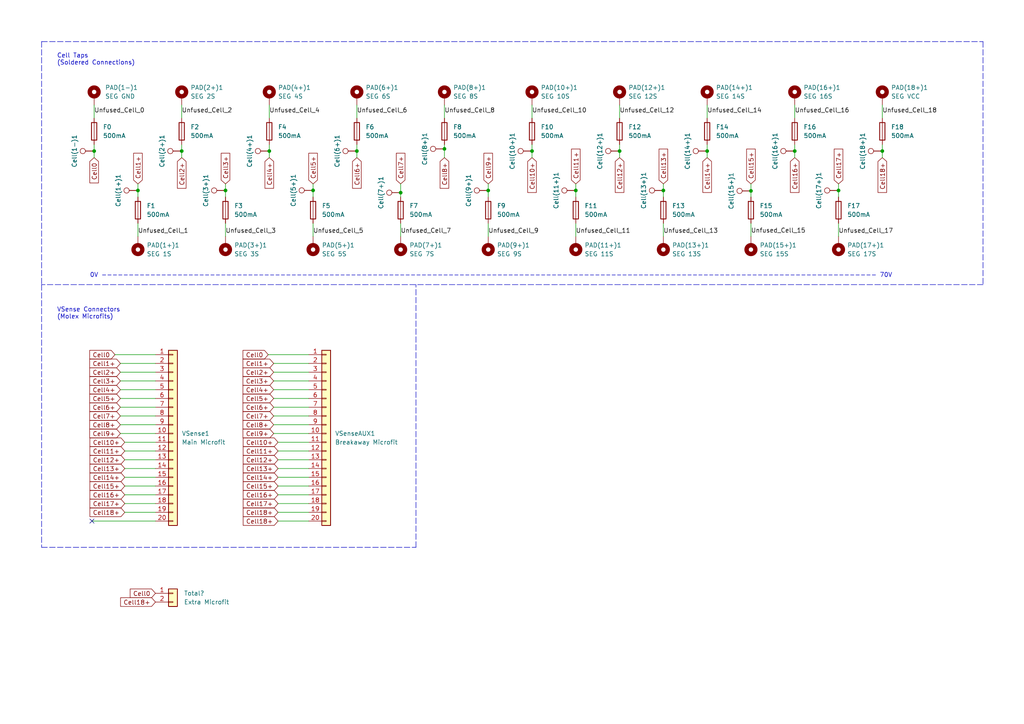
<source format=kicad_sch>
(kicad_sch (version 20211123) (generator eeschema)
  (paper "A4")
  (lib_symbols
    (symbol "Connector:TestPoint" (pin_numbers hide) (pin_names (offset 0.762) hide)
      (property "Reference" "TP" (at 0 6.858 0))
      (property "Value" "TestPoint" (at 0 5.08 0))
      (symbol "TestPoint_0_1"
        (circle (center 0 3.302) (radius 0.762))
      )
      (symbol "TestPoint_1_1"
        (pin passive line (at 0 0 90) (length 2.54) (name "1") (number "1"))
      )
    )
    (symbol "Connector_Generic:Conn_01x02" (pin_names (offset 1.016) hide)
      (property "Reference" "J" (at 0 2.54 0))
      (property "Value" "Conn_01x02" (at 0 -5.08 0))
      (symbol "Conn_01x02_1_1"
        (rectangle (start -1.27 -2.413) (end 0 -2.667) (stroke (width 0.1524)))
        (rectangle (start -1.27 0.127) (end 0 -0.127) (stroke (width 0.1524)))
        (rectangle (start -1.27 1.27) (end 1.27 -3.81) (stroke (width 0.254)) (fill (type background)))
        (pin passive line (at -5.08 0 0) (length 3.81) (name "Pin_1") (number "1"))
        (pin passive line (at -5.08 -2.54 0) (length 3.81) (name "Pin_2") (number "2"))
      )
    )
    (symbol "Connector_Generic:Conn_01x20" (pin_names (offset 1.016) hide)
      (property "Reference" "J" (at 0 25.4 0))
      (property "Value" "Conn_01x20" (at 0 -27.94 0))
      (symbol "Conn_01x20_1_1"
        (rectangle (start -1.27 -25.273) (end 0 -25.527) (stroke (width 0.1524)))
        (rectangle (start -1.27 -22.733) (end 0 -22.987) (stroke (width 0.1524)))
        (rectangle (start -1.27 -20.193) (end 0 -20.447) (stroke (width 0.1524)))
        (rectangle (start -1.27 -17.653) (end 0 -17.907) (stroke (width 0.1524)))
        (rectangle (start -1.27 -15.113) (end 0 -15.367) (stroke (width 0.1524)))
        (rectangle (start -1.27 -12.573) (end 0 -12.827) (stroke (width 0.1524)))
        (rectangle (start -1.27 -10.033) (end 0 -10.287) (stroke (width 0.1524)))
        (rectangle (start -1.27 -7.493) (end 0 -7.747) (stroke (width 0.1524)))
        (rectangle (start -1.27 -4.953) (end 0 -5.207) (stroke (width 0.1524)))
        (rectangle (start -1.27 -2.413) (end 0 -2.667) (stroke (width 0.1524)))
        (rectangle (start -1.27 0.127) (end 0 -0.127) (stroke (width 0.1524)))
        (rectangle (start -1.27 2.667) (end 0 2.413) (stroke (width 0.1524)))
        (rectangle (start -1.27 5.207) (end 0 4.953) (stroke (width 0.1524)))
        (rectangle (start -1.27 7.747) (end 0 7.493) (stroke (width 0.1524)))
        (rectangle (start -1.27 10.287) (end 0 10.033) (stroke (width 0.1524)))
        (rectangle (start -1.27 12.827) (end 0 12.573) (stroke (width 0.1524)))
        (rectangle (start -1.27 15.367) (end 0 15.113) (stroke (width 0.1524)))
        (rectangle (start -1.27 17.907) (end 0 17.653) (stroke (width 0.1524)))
        (rectangle (start -1.27 20.447) (end 0 20.193) (stroke (width 0.1524)))
        (rectangle (start -1.27 22.987) (end 0 22.733) (stroke (width 0.1524)))
        (rectangle (start -1.27 24.13) (end 1.27 -26.67) (stroke (width 0.254)) (fill (type background)))
        (pin passive line (at -5.08 22.86 0) (length 3.81) (name "Pin_1") (number "1"))
        (pin passive line (at -5.08 0 0) (length 3.81) (name "Pin_10") (number "10"))
        (pin passive line (at -5.08 -2.54 0) (length 3.81) (name "Pin_11") (number "11"))
        (pin passive line (at -5.08 -5.08 0) (length 3.81) (name "Pin_12") (number "12"))
        (pin passive line (at -5.08 -7.62 0) (length 3.81) (name "Pin_13") (number "13"))
        (pin passive line (at -5.08 -10.16 0) (length 3.81) (name "Pin_14") (number "14"))
        (pin passive line (at -5.08 -12.7 0) (length 3.81) (name "Pin_15") (number "15"))
        (pin passive line (at -5.08 -15.24 0) (length 3.81) (name "Pin_16") (number "16"))
        (pin passive line (at -5.08 -17.78 0) (length 3.81) (name "Pin_17") (number "17"))
        (pin passive line (at -5.08 -20.32 0) (length 3.81) (name "Pin_18") (number "18"))
        (pin passive line (at -5.08 -22.86 0) (length 3.81) (name "Pin_19") (number "19"))
        (pin passive line (at -5.08 20.32 0) (length 3.81) (name "Pin_2") (number "2"))
        (pin passive line (at -5.08 -25.4 0) (length 3.81) (name "Pin_20") (number "20"))
        (pin passive line (at -5.08 17.78 0) (length 3.81) (name "Pin_3") (number "3"))
        (pin passive line (at -5.08 15.24 0) (length 3.81) (name "Pin_4") (number "4"))
        (pin passive line (at -5.08 12.7 0) (length 3.81) (name "Pin_5") (number "5"))
        (pin passive line (at -5.08 10.16 0) (length 3.81) (name "Pin_6") (number "6"))
        (pin passive line (at -5.08 7.62 0) (length 3.81) (name "Pin_7") (number "7"))
        (pin passive line (at -5.08 5.08 0) (length 3.81) (name "Pin_8") (number "8"))
        (pin passive line (at -5.08 2.54 0) (length 3.81) (name "Pin_9") (number "9"))
      )
    )
    (symbol "Device:Fuse" (pin_numbers hide) (pin_names (offset 0))
      (property "Reference" "F" (at 2.032 0 90))
      (property "Value" "Fuse" (at -1.905 0 90))
      (symbol "Fuse_0_1"
        (rectangle (start -0.762 -2.54) (end 0.762 2.54) (stroke (width 0.254)))
        (polyline (pts (xy 0 2.54) (xy 0 -2.54)))
      )
      (symbol "Fuse_1_1"
        (pin passive line (at 0 3.81 270) (length 1.27) (name "~") (number "1"))
        (pin passive line (at 0 -3.81 90) (length 1.27) (name "~") (number "2"))
      )
    )
    (symbol "Mechanical:MountingHole_Pad" (pin_numbers hide) (pin_names (offset 1.016) hide)
      (property "Reference" "H" (at 0 6.35 0))
      (property "Value" "MountingHole_Pad" (at 0 4.445 0))
      (symbol "MountingHole_Pad_0_1"
        (circle (center 0 1.27) (radius 1.27) (stroke (width 1.27)))
      )
      (symbol "MountingHole_Pad_1_1"
        (pin input line (at 0 -2.54 90) (length 2.54) (name "1") (number "1"))
      )
    )
  )
  (junction (at 192.405 55.245))
  (junction (at 90.805 55.2157))
  (junction (at 65.405 55.245))
  (junction (at 27.305 43.815))
  (junction (at 40.005 55.245))
  (junction (at 243.205 55.245))
  (junction (at 103.505 43.815))
  (junction (at 230.505 43.815))
  (junction (at 255.905 43.815))
  (junction (at 217.805 55.3679))
  (junction (at 141.605 55.245))
  (junction (at 205.105 43.815))
  (junction (at 128.905 43.18))
  (junction (at 116.205 55.88))
  (junction (at 52.705 43.815))
  (junction (at 167.005 55.245))
  (junction (at 78.105 43.815))
  (junction (at 179.705 43.815))
  (junction (at 154.305 43.815))
  (no_connect (at 26.67 151.13))
  (wire (pts (xy 243.205 64.77) (xy 243.205 68.58)))
  (wire (pts (xy 192.405 64.77) (xy 192.405 68.58)))
  (wire (pts (xy 34.925 118.11) (xy 45.085 118.11)))
  (wire (pts (xy 255.905 41.91) (xy 255.905 43.815)))
  (wire (pts (xy 167.005 55.245) (xy 167.005 57.15)))
  (wire (pts (xy 179.705 30.48) (xy 179.705 34.29)))
  (wire (pts (xy 36.195 128.27) (xy 45.085 128.27)))
  (wire (pts (xy 36.195 140.97) (xy 45.085 140.97)))
  (wire (pts (xy 103.505 43.815) (xy 103.505 45.72)))
  (wire (pts (xy 217.805 64.77) (xy 217.805 68.58)))
  (wire (pts (xy 34.925 115.57) (xy 45.085 115.57)))
  (wire (pts (xy 154.305 43.815) (xy 154.305 45.72)))
  (wire (pts (xy 36.195 133.35) (xy 45.085 133.35)))
  (wire (pts (xy 80.645 146.05) (xy 89.535 146.05)))
  (wire (pts (xy 34.925 110.49) (xy 45.085 110.49)))
  (polyline (pts (xy 12.065 158.75) (xy 120.65 158.75)))
  (polyline (pts (xy 120.65 158.75) (xy 120.65 82.55)))
  (wire (pts (xy 79.375 118.11) (xy 89.535 118.11)))
  (wire (pts (xy 192.405 55.245) (xy 192.405 57.15)))
  (wire (pts (xy 78.105 43.815) (xy 78.105 45.72)))
  (wire (pts (xy 40.005 53.34) (xy 40.005 55.245)))
  (wire (pts (xy 90.805 55.2157) (xy 90.805 57.15)))
  (wire (pts (xy 243.205 53.34) (xy 243.205 55.245)))
  (wire (pts (xy 103.505 30.48) (xy 103.505 34.29)))
  (wire (pts (xy 79.375 123.19) (xy 89.535 123.19)))
  (wire (pts (xy 90.805 53.34) (xy 90.805 55.2157)))
  (wire (pts (xy 230.505 43.815) (xy 230.505 45.72)))
  (polyline (pts (xy 12.065 12.065) (xy 12.065 82.55)))
  (wire (pts (xy 36.195 138.43) (xy 45.085 138.43)))
  (wire (pts (xy 217.805 55.3679) (xy 217.805 57.15)))
  (wire (pts (xy 141.605 55.245) (xy 141.605 57.15)))
  (wire (pts (xy 116.205 64.77) (xy 116.205 68.58)))
  (wire (pts (xy 167.005 64.77) (xy 167.005 68.58)))
  (wire (pts (xy 80.645 130.81) (xy 89.535 130.81)))
  (wire (pts (xy 34.925 105.41) (xy 45.085 105.41)))
  (wire (pts (xy 52.705 41.91) (xy 52.705 43.815)))
  (wire (pts (xy 116.205 53.34) (xy 116.205 55.88)))
  (wire (pts (xy 79.375 120.65) (xy 89.535 120.65)))
  (wire (pts (xy 80.645 143.51) (xy 89.535 143.51)))
  (wire (pts (xy 26.67 151.13) (xy 45.085 151.13)))
  (wire (pts (xy 34.925 113.03) (xy 45.085 113.03)))
  (wire (pts (xy 27.305 30.48) (xy 27.305 34.29)))
  (wire (pts (xy 80.645 128.27) (xy 89.535 128.27)))
  (wire (pts (xy 33.3502 102.87) (xy 45.085 102.87)))
  (wire (pts (xy 217.805 53.34) (xy 217.805 55.3679)))
  (wire (pts (xy 167.005 53.34) (xy 167.005 55.245)))
  (wire (pts (xy 80.645 138.43) (xy 89.535 138.43)))
  (wire (pts (xy 80.645 148.59) (xy 89.535 148.59)))
  (wire (pts (xy 79.375 125.73) (xy 89.535 125.73)))
  (wire (pts (xy 179.705 43.815) (xy 179.705 45.72)))
  (wire (pts (xy 34.925 123.19) (xy 45.085 123.19)))
  (wire (pts (xy 79.375 110.49) (xy 89.535 110.49)))
  (wire (pts (xy 52.705 30.48) (xy 52.705 34.29)))
  (wire (pts (xy 230.505 41.91) (xy 230.505 43.815)))
  (wire (pts (xy 80.645 135.89) (xy 89.535 135.89)))
  (wire (pts (xy 243.205 55.245) (xy 243.205 57.15)))
  (wire (pts (xy 65.405 64.77) (xy 65.405 68.58)))
  (wire (pts (xy 80.645 133.35) (xy 89.535 133.35)))
  (wire (pts (xy 141.605 53.34) (xy 141.605 55.245)))
  (wire (pts (xy 65.405 53.34) (xy 65.405 55.245)))
  (polyline (pts (xy 285.115 82.55) (xy 12.065 82.55)))
  (wire (pts (xy 179.705 41.91) (xy 179.705 43.815)))
  (wire (pts (xy 34.925 120.65) (xy 45.085 120.65)))
  (polyline (pts (xy 285.115 12.065) (xy 285.115 82.55)))
  (wire (pts (xy 79.375 107.95) (xy 89.535 107.95)))
  (wire (pts (xy 27.305 41.91) (xy 27.305 43.815)))
  (wire (pts (xy 205.105 43.815) (xy 205.105 45.72)))
  (wire (pts (xy 205.105 30.48) (xy 205.105 34.29)))
  (polyline (pts (xy 12.065 82.55) (xy 12.065 158.75)))
  (wire (pts (xy 90.805 64.77) (xy 90.805 68.58)))
  (wire (pts (xy 116.205 55.88) (xy 116.205 57.15)))
  (wire (pts (xy 36.195 130.81) (xy 45.085 130.81)))
  (wire (pts (xy 79.375 105.41) (xy 89.535 105.41)))
  (wire (pts (xy 154.305 41.91) (xy 154.305 43.815)))
  (wire (pts (xy 36.195 148.59) (xy 45.085 148.59)))
  (polyline (pts (xy 12.065 12.065) (xy 285.115 12.065)))
  (wire (pts (xy 36.195 143.51) (xy 45.085 143.51)))
  (wire (pts (xy 78.105 30.48) (xy 78.105 34.29)))
  (wire (pts (xy 80.645 151.13) (xy 89.535 151.13)))
  (wire (pts (xy 154.305 30.48) (xy 154.305 34.29)))
  (wire (pts (xy 80.645 140.97) (xy 89.535 140.97)))
  (wire (pts (xy 36.195 135.89) (xy 45.085 135.89)))
  (wire (pts (xy 128.905 30.48) (xy 128.905 34.29)))
  (wire (pts (xy 34.925 125.73) (xy 45.085 125.73)))
  (wire (pts (xy 103.505 41.91) (xy 103.505 43.815)))
  (wire (pts (xy 128.905 41.91) (xy 128.905 43.18)))
  (wire (pts (xy 34.925 107.95) (xy 45.085 107.95)))
  (wire (pts (xy 40.005 55.245) (xy 40.005 57.15)))
  (wire (pts (xy 40.005 64.77) (xy 40.005 68.58)))
  (wire (pts (xy 79.375 115.57) (xy 89.535 115.57)))
  (wire (pts (xy 128.905 43.18) (xy 128.905 45.72)))
  (wire (pts (xy 255.905 30.48) (xy 255.905 34.29)))
  (wire (pts (xy 65.405 55.245) (xy 65.405 57.15)))
  (wire (pts (xy 255.905 43.815) (xy 255.905 45.72)))
  (wire (pts (xy 27.305 43.815) (xy 27.305 45.72)))
  (wire (pts (xy 141.605 64.77) (xy 141.605 68.58)))
  (wire (pts (xy 79.375 113.03) (xy 89.535 113.03)))
  (wire (pts (xy 230.505 30.48) (xy 230.505 34.29)))
  (wire (pts (xy 78.105 41.91) (xy 78.105 43.815)))
  (wire (pts (xy 205.105 41.91) (xy 205.105 43.815)))
  (wire (pts (xy 52.705 43.815) (xy 52.705 45.72)))
  (wire (pts (xy 77.8002 102.87) (xy 89.535 102.87)))
  (wire (pts (xy 192.405 53.34) (xy 192.405 55.245)))
  (wire (pts (xy 36.195 146.05) (xy 45.085 146.05)))
  (text "0V ----------------------------------------------------------------------------------------------------------------------------------------------- 70V" (at 26.035 80.645 0) (effects (font (size 1.27 1.27)) (justify left bottom)))
  (text "Cell Taps\n(Soldered Connections)" (at 16.51 19.05 0) (effects (font (size 1.27 1.27)) (justify left bottom)))
  (text "VSense Connectors\n(Molex Microfits)" (at 16.51 92.71 0) (effects (font (size 1.27 1.27)) (justify left bottom)))
  (label "Unfused_Cell_17" (at 243.205 67.945 0))
  (label "Unfused_Cell_12" (at 179.705 33.02 0))
  (label "Unfused_Cell_18" (at 255.905 33.02 0))
  (label "Unfused_Cell_4" (at 78.105 33.02 0))
  (label "Unfused_Cell_10" (at 154.305 33.02 0))
  (label "Unfused_Cell_16" (at 230.505 33.02 0))
  (label "Unfused_Cell_2" (at 52.705 33.02 0))
  (label "Unfused_Cell_7" (at 116.205 67.945 0))
  (label "Unfused_Cell_13" (at 192.405 67.945 0))
  (label "Unfused_Cell_9" (at 141.605 67.945 0))
  (label "Unfused_Cell_8" (at 128.905 33.02 0))
  (label "Unfused_Cell_5" (at 90.805 67.945 0))
  (label "Unfused_Cell_15" (at 217.805 67.8935 0))
  (label "Unfused_Cell_3" (at 65.405 67.945 0))
  (label "Unfused_Cell_1" (at 40.005 67.945 0))
  (label "Unfused_Cell_14" (at 205.105 33.02 0))
  (label "Unfused_Cell_11" (at 167.005 67.945 0))
  (label "Unfused_Cell_6" (at 103.505 33.02 0))
  (label "Unfused_Cell_0" (at 27.305 33.02 0))
  (global_label "Cell0" (shape input) (at 77.8002 102.87 180) (property "Intersheet References" "${INTERSHEET_REFS}" (effects hide)))
  (global_label "Cell18+" (shape input) (at 255.905 45.72 270) (property "Intersheet References" "${INTERSHEET_REFS}" (effects hide)))
  (global_label "Cell1+" (shape input) (at 34.925 105.41 180) (property "Intersheet References" "${INTERSHEET_REFS}" (effects hide)))
  (global_label "Cell4+" (shape input) (at 78.105 45.72 270) (property "Intersheet References" "${INTERSHEET_REFS}" (effects hide)))
  (global_label "Cell8+" (shape input) (at 128.905 45.72 270) (property "Intersheet References" "${INTERSHEET_REFS}" (effects hide)))
  (global_label "Cell13+" (shape input) (at 36.195 135.89 180) (property "Intersheet References" "${INTERSHEET_REFS}" (effects hide)))
  (global_label "Cell18+" (shape input) (at 80.645 151.13 180) (property "Intersheet References" "${INTERSHEET_REFS}" (effects hide)))
  (global_label "Cell16+" (shape input) (at 230.505 45.72 270) (property "Intersheet References" "${INTERSHEET_REFS}" (effects hide)))
  (global_label "Cell2+" (shape input) (at 52.705 45.72 270) (property "Intersheet References" "${INTERSHEET_REFS}" (effects hide)))
  (global_label "Cell5+" (shape input) (at 79.375 115.57 180) (property "Intersheet References" "${INTERSHEET_REFS}" (effects hide)))
  (global_label "Cell12+" (shape input) (at 36.195 133.35 180) (property "Intersheet References" "${INTERSHEET_REFS}" (effects hide)))
  (global_label "Cell5+" (shape input) (at 90.805 53.34 90) (property "Intersheet References" "${INTERSHEET_REFS}" (effects hide)))
  (global_label "Cell9+" (shape input) (at 34.925 125.73 180) (property "Intersheet References" "${INTERSHEET_REFS}" (effects hide)))
  (global_label "Cell14+" (shape input) (at 36.195 138.43 180) (property "Intersheet References" "${INTERSHEET_REFS}" (effects hide)))
  (global_label "Cell18+" (shape input) (at 45.085 174.625 180) (property "Intersheet References" "${INTERSHEET_REFS}" (effects hide)))
  (global_label "Cell15+" (shape input) (at 217.805 53.34 90) (property "Intersheet References" "${INTERSHEET_REFS}" (effects hide)))
  (global_label "Cell16+" (shape input) (at 80.645 143.51 180) (property "Intersheet References" "${INTERSHEET_REFS}" (effects hide)))
  (global_label "Cell18+" (shape input) (at 36.195 148.59 180) (property "Intersheet References" "${INTERSHEET_REFS}" (effects hide)))
  (global_label "Cell11+" (shape input) (at 36.195 130.81 180) (property "Intersheet References" "${INTERSHEET_REFS}" (effects hide)))
  (global_label "Cell10+" (shape input) (at 80.645 128.27 180) (property "Intersheet References" "${INTERSHEET_REFS}" (effects hide)))
  (global_label "Cell17+" (shape input) (at 36.195 146.05 180) (property "Intersheet References" "${INTERSHEET_REFS}" (effects hide)))
  (global_label "Cell9+" (shape input) (at 79.375 125.73 180) (property "Intersheet References" "${INTERSHEET_REFS}" (effects hide)))
  (global_label "Cell18+" (shape input) (at 80.645 148.59 180) (property "Intersheet References" "${INTERSHEET_REFS}" (effects hide)))
  (global_label "Cell10+" (shape input) (at 154.305 45.72 270) (property "Intersheet References" "${INTERSHEET_REFS}" (effects hide)))
  (global_label "Cell6+" (shape input) (at 34.925 118.11 180) (property "Intersheet References" "${INTERSHEET_REFS}" (effects hide)))
  (global_label "Cell17+" (shape input) (at 80.645 146.05 180) (property "Intersheet References" "${INTERSHEET_REFS}" (effects hide)))
  (global_label "Cell11+" (shape input) (at 80.645 130.81 180) (property "Intersheet References" "${INTERSHEET_REFS}" (effects hide)))
  (global_label "Cell6+" (shape input) (at 79.375 118.11 180) (property "Intersheet References" "${INTERSHEET_REFS}" (effects hide)))
  (global_label "Cell12+" (shape input) (at 80.645 133.35 180) (property "Intersheet References" "${INTERSHEET_REFS}" (effects hide)))
  (global_label "Cell0" (shape input) (at 33.3502 102.87 180) (property "Intersheet References" "${INTERSHEET_REFS}" (effects hide)))
  (global_label "Cell7+" (shape input) (at 79.375 120.65 180) (property "Intersheet References" "${INTERSHEET_REFS}" (effects hide)))
  (global_label "Cell3+" (shape input) (at 34.925 110.49 180) (property "Intersheet References" "${INTERSHEET_REFS}" (effects hide)))
  (global_label "Cell9+" (shape input) (at 141.605 53.34 90) (property "Intersheet References" "${INTERSHEET_REFS}" (effects hide)))
  (global_label "Cell13+" (shape input) (at 192.405 53.34 90) (property "Intersheet References" "${INTERSHEET_REFS}" (effects hide)))
  (global_label "Cell6+" (shape input) (at 103.505 45.72 270) (property "Intersheet References" "${INTERSHEET_REFS}" (effects hide)))
  (global_label "Cell4+" (shape input) (at 34.925 113.03 180) (property "Intersheet References" "${INTERSHEET_REFS}" (effects hide)))
  (global_label "Cell14+" (shape input) (at 205.105 45.72 270) (property "Intersheet References" "${INTERSHEET_REFS}" (effects hide)))
  (global_label "Cell7+" (shape input) (at 34.925 120.65 180) (property "Intersheet References" "${INTERSHEET_REFS}" (effects hide)))
  (global_label "Cell15+" (shape input) (at 36.195 140.97 180) (property "Intersheet References" "${INTERSHEET_REFS}" (effects hide)))
  (global_label "Cell12+" (shape input) (at 179.705 45.72 270) (property "Intersheet References" "${INTERSHEET_REFS}" (effects hide)))
  (global_label "Cell7+" (shape input) (at 116.205 53.34 90) (property "Intersheet References" "${INTERSHEET_REFS}" (effects hide)))
  (global_label "Cell8+" (shape input) (at 34.925 123.19 180) (property "Intersheet References" "${INTERSHEET_REFS}" (effects hide)))
  (global_label "Cell1+" (shape input) (at 79.375 105.41 180) (property "Intersheet References" "${INTERSHEET_REFS}" (effects hide)))
  (global_label "Cell14+" (shape input) (at 80.645 138.43 180) (property "Intersheet References" "${INTERSHEET_REFS}" (effects hide)))
  (global_label "Cell4+" (shape input) (at 79.375 113.03 180) (property "Intersheet References" "${INTERSHEET_REFS}" (effects hide)))
  (global_label "Cell5+" (shape input) (at 34.925 115.57 180) (property "Intersheet References" "${INTERSHEET_REFS}" (effects hide)))
  (global_label "Cell0" (shape input) (at 27.305 45.72 270) (property "Intersheet References" "${INTERSHEET_REFS}" (effects hide)))
  (global_label "Cell13+" (shape input) (at 80.645 135.89 180) (property "Intersheet References" "${INTERSHEET_REFS}" (effects hide)))
  (global_label "Cell10+" (shape input) (at 36.195 128.27 180) (property "Intersheet References" "${INTERSHEET_REFS}" (effects hide)))
  (global_label "Cell15+" (shape input) (at 80.645 140.97 180) (property "Intersheet References" "${INTERSHEET_REFS}" (effects hide)))
  (global_label "Cell1+" (shape input) (at 40.005 53.34 90) (property "Intersheet References" "${INTERSHEET_REFS}" (effects hide)))
  (global_label "Cell3+" (shape input) (at 79.375 110.49 180) (property "Intersheet References" "${INTERSHEET_REFS}" (effects hide)))
  (global_label "Cell17+" (shape input) (at 243.205 53.34 90) (property "Intersheet References" "${INTERSHEET_REFS}" (effects hide)))
  (global_label "Cell0" (shape input) (at 45.085 172.085 180) (property "Intersheet References" "${INTERSHEET_REFS}" (effects hide)))
  (global_label "Cell11+" (shape input) (at 167.005 53.34 90) (property "Intersheet References" "${INTERSHEET_REFS}" (effects hide)))
  (global_label "Cell16+" (shape input) (at 36.195 143.51 180) (property "Intersheet References" "${INTERSHEET_REFS}" (effects hide)))
  (global_label "Cell2+" (shape input) (at 34.925 107.95 180) (property "Intersheet References" "${INTERSHEET_REFS}" (effects hide)))
  (global_label "Cell2+" (shape input) (at 79.375 107.95 180) (property "Intersheet References" "${INTERSHEET_REFS}" (effects hide)))
  (global_label "Cell8+" (shape input) (at 79.375 123.19 180) (property "Intersheet References" "${INTERSHEET_REFS}" (effects hide)))
  (global_label "Cell3+" (shape input) (at 65.405 53.34 90) (property "Intersheet References" "${INTERSHEET_REFS}" (effects hide)))
  (symbol (lib_id "Mechanical:MountingHole_Pad") (at 141.605 71.12 180) (unit 1)
    (property "Reference" "PAD(9+)1" (at 144.145 71.1199 0) (effects (justify right)))
    (property "Value" "SEG 9S" (at 144.145 73.6599 0) (effects (justify right)))
    (property "Footprint" "TestPoint:TestPoint_Pad_4.0x4.0mm" (effects hide))
  )
  (symbol (lib_id "Mechanical:MountingHole_Pad") (at 78.105 27.94 0) (unit 1)
    (property "Reference" "PAD(4+)1" (at 80.645 25.3999 0) (effects (justify left)))
    (property "Value" "SEG 4S" (at 80.645 27.9399 0) (effects (justify left)))
    (property "Footprint" "TestPoint:TestPoint_Pad_4.0x4.0mm" (effects hide))
  )
  (symbol (lib_id "Connector_Generic:Conn_01x20") (at 50.165 125.73 0) (unit 1)
    (property "Reference" "VSense1" (at 52.705 125.7299 0) (effects (justify left)))
    (property "Value" "Main Microfit" (at 52.705 128.2699 0) (effects (justify left)))
    (property "Footprint" "Connector_Molex:Molex_Micro-Fit_3.0_43045-2012_2x10_P3.00mm_Vertical" (effects hide))
  )
  (symbol (lib_id "Device:Fuse") (at 167.005 60.96 0) (unit 1)
    (property "Reference" "F11" (at 169.545 59.6899 0) (effects (justify left)))
    (property "Value" "500mA" (at 169.545 62.2299 0) (effects (justify left)))
    (property "Footprint" "Fuse:Fuse_1206_3216Metric_Pad1.42x1.75mm_HandSolder" (effects hide))
    (property "Datasheet" "https://www.mouser.com/datasheet/2/358/typ_USF_1206-1275882.pdf" (effects hide))
    (property "Manufacturer" "Schurter" (effects hide))
  )
  (symbol (lib_id "Connector:TestPoint") (at 230.505 43.815 90) (unit 1)
    (property "Reference" "Cell(16+)1" (at 224.79 43.815 0))
    (property "Value" "TestPoint" (effects hide))
    (property "Footprint" "TestPoint:TestPoint_THTPad_2.0x2.0mm_Drill1.0mm" (effects hide))
  )
  (symbol (lib_id "Device:Fuse") (at 217.805 60.96 0) (unit 1)
    (property "Reference" "F15" (at 220.345 59.6899 0) (effects (justify left)))
    (property "Value" "500mA" (at 220.345 62.2299 0) (effects (justify left)))
    (property "Footprint" "Fuse:Fuse_1206_3216Metric_Pad1.42x1.75mm_HandSolder" (effects hide))
    (property "Datasheet" "https://www.mouser.com/datasheet/2/358/typ_USF_1206-1275882.pdf" (effects hide))
    (property "Manufacturer" "Schurter" (effects hide))
  )
  (symbol (lib_id "Device:Fuse") (at 192.405 60.96 0) (unit 1)
    (property "Reference" "F13" (at 194.945 59.6899 0) (effects (justify left)))
    (property "Value" "500mA" (at 194.945 62.2299 0) (effects (justify left)))
    (property "Footprint" "Fuse:Fuse_1206_3216Metric_Pad1.42x1.75mm_HandSolder" (effects hide))
    (property "Datasheet" "https://www.mouser.com/datasheet/2/358/typ_USF_1206-1275882.pdf" (effects hide))
    (property "Manufacturer" "Schurter" (effects hide))
  )
  (symbol (lib_id "Mechanical:MountingHole_Pad") (at 90.805 71.12 180) (unit 1)
    (property "Reference" "PAD(5+)1" (at 93.345 71.1199 0) (effects (justify right)))
    (property "Value" "SEG 5S" (at 93.345 73.6599 0) (effects (justify right)))
    (property "Footprint" "TestPoint:TestPoint_Pad_4.0x4.0mm" (effects hide))
  )
  (symbol (lib_id "Device:Fuse") (at 27.305 38.1 0) (unit 1)
    (property "Reference" "F0" (at 29.845 36.8299 0) (effects (justify left)))
    (property "Value" "500mA" (at 29.845 39.3699 0) (effects (justify left)))
    (property "Footprint" "Fuse:Fuse_1206_3216Metric_Pad1.42x1.75mm_HandSolder" (effects hide))
    (property "Datasheet" "https://www.mouser.com/datasheet/2/358/typ_USF_1206-1275882.pdf" (effects hide))
    (property "Manufacturer" "Schurter" (effects hide))
  )
  (symbol (lib_id "Connector:TestPoint") (at 141.605 55.245 90) (unit 1)
    (property "Reference" "Cell(9+)1" (at 135.89 55.245 0))
    (property "Value" "TestPoint" (effects hide))
    (property "Footprint" "TestPoint:TestPoint_THTPad_2.0x2.0mm_Drill1.0mm" (effects hide))
  )
  (symbol (lib_id "Device:Fuse") (at 78.105 38.1 0) (unit 1)
    (property "Reference" "F4" (at 80.645 36.8299 0) (effects (justify left)))
    (property "Value" "500mA" (at 80.645 39.3699 0) (effects (justify left)))
    (property "Footprint" "Fuse:Fuse_1206_3216Metric_Pad1.42x1.75mm_HandSolder" (effects hide))
    (property "Datasheet" "https://www.mouser.com/datasheet/2/358/typ_USF_1206-1275882.pdf" (effects hide))
    (property "Manufacturer" "Schurter" (effects hide))
  )
  (symbol (lib_id "Connector:TestPoint") (at 65.405 55.245 90) (unit 1)
    (property "Reference" "Cell(3+)1" (at 59.69 55.245 0))
    (property "Value" "TestPoint" (effects hide))
    (property "Footprint" "TestPoint:TestPoint_THTPad_2.0x2.0mm_Drill1.0mm" (effects hide))
  )
  (symbol (lib_id "Device:Fuse") (at 128.905 38.1 0) (unit 1)
    (property "Reference" "F8" (at 131.445 36.8299 0) (effects (justify left)))
    (property "Value" "500mA" (at 131.445 39.3699 0) (effects (justify left)))
    (property "Footprint" "Fuse:Fuse_1206_3216Metric_Pad1.42x1.75mm_HandSolder" (effects hide))
    (property "Datasheet" "https://www.mouser.com/datasheet/2/358/typ_USF_1206-1275882.pdf" (effects hide))
    (property "Manufacturer" "Schurter" (effects hide))
  )
  (symbol (lib_id "Mechanical:MountingHole_Pad") (at 65.405 71.12 180) (unit 1)
    (property "Reference" "PAD(3+)1" (at 67.945 71.1199 0) (effects (justify right)))
    (property "Value" "SEG 3S" (at 67.945 73.6599 0) (effects (justify right)))
    (property "Footprint" "TestPoint:TestPoint_Pad_4.0x4.0mm" (effects hide))
  )
  (symbol (lib_id "Connector_Generic:Conn_01x02") (at 50.165 172.085 0) (unit 1)
    (property "Reference" "Total?" (at 53.34 172.0849 0) (effects (justify left)))
    (property "Value" "Extra Microfit" (at 53.34 174.6249 0) (effects (justify left)))
    (property "Footprint" "Connector_Molex:Molex_Micro-Fit_3.0_43045-0212_2x01_P3.00mm_Vertical" (effects hide))
  )
  (symbol (lib_id "Device:Fuse") (at 230.505 38.1 0) (unit 1)
    (property "Reference" "F16" (at 233.045 36.8299 0) (effects (justify left)))
    (property "Value" "500mA" (at 233.045 39.3699 0) (effects (justify left)))
    (property "Footprint" "Fuse:Fuse_1206_3216Metric_Pad1.42x1.75mm_HandSolder" (effects hide))
    (property "Datasheet" "https://www.mouser.com/datasheet/2/358/typ_USF_1206-1275882.pdf" (effects hide))
    (property "Manufacturer" "Schurter" (effects hide))
  )
  (symbol (lib_id "Connector_Generic:Conn_01x20") (at 94.615 125.73 0) (unit 1)
    (property "Reference" "VSenseAUX1" (at 97.155 125.7299 0) (effects (justify left)))
    (property "Value" "Breakaway Microfit" (at 97.155 128.2699 0) (effects (justify left)))
    (property "Footprint" "Connector_Molex:Molex_Micro-Fit_3.0_43045-2021_2x10-1MP_P3.00mm_Horizontal" (effects hide))
  )
  (symbol (lib_id "Mechanical:MountingHole_Pad") (at 40.005 71.12 180) (unit 1)
    (property "Reference" "PAD(1+)1" (at 42.545 71.1199 0) (effects (justify right)))
    (property "Value" "SEG 1S" (at 42.545 73.6599 0) (effects (justify right)))
    (property "Footprint" "TestPoint:TestPoint_Pad_4.0x4.0mm" (effects hide))
  )
  (symbol (lib_id "Connector:TestPoint") (at 192.405 55.245 90) (unit 1)
    (property "Reference" "Cell(13+)1" (at 186.69 55.245 0))
    (property "Value" "TestPoint" (effects hide))
    (property "Footprint" "TestPoint:TestPoint_THTPad_2.0x2.0mm_Drill1.0mm" (effects hide))
  )
  (symbol (lib_id "Device:Fuse") (at 255.905 38.1 0) (unit 1)
    (property "Reference" "F18" (at 258.445 36.8299 0) (effects (justify left)))
    (property "Value" "500mA" (at 258.445 39.3699 0) (effects (justify left)))
    (property "Footprint" "Fuse:Fuse_1206_3216Metric_Pad1.42x1.75mm_HandSolder" (effects hide))
    (property "Datasheet" "https://www.mouser.com/datasheet/2/358/typ_USF_1206-1275882.pdf" (effects hide))
    (property "Manufacturer" "Schurter" (effects hide))
  )
  (symbol (lib_id "Connector:TestPoint") (at 90.805 55.2157 90) (unit 1)
    (property "Reference" "Cell(5+)1" (at 85.09 55.2157 0))
    (property "Value" "TestPoint" (effects hide))
    (property "Footprint" "TestPoint:TestPoint_THTPad_2.0x2.0mm_Drill1.0mm" (effects hide))
  )
  (symbol (lib_id "Mechanical:MountingHole_Pad") (at 217.805 71.12 180) (unit 1)
    (property "Reference" "PAD(15+)1" (at 220.345 71.1199 0) (effects (justify right)))
    (property "Value" "SEG 15S" (at 220.345 73.6599 0) (effects (justify right)))
    (property "Footprint" "TestPoint:TestPoint_Pad_4.0x4.0mm" (effects hide))
  )
  (symbol (lib_id "Mechanical:MountingHole_Pad") (at 52.705 27.94 0) (unit 1)
    (property "Reference" "PAD(2+)1" (at 55.245 25.3999 0) (effects (justify left)))
    (property "Value" "SEG 2S" (at 55.245 27.9399 0) (effects (justify left)))
    (property "Footprint" "TestPoint:TestPoint_Pad_4.0x4.0mm" (effects hide))
  )
  (symbol (lib_id "Mechanical:MountingHole_Pad") (at 27.305 27.94 0) (unit 1)
    (property "Reference" "PAD(1-)1" (at 30.48 25.3999 0) (effects (justify left)))
    (property "Value" "SEG GND" (at 30.48 27.9399 0) (effects (justify left)))
    (property "Footprint" "TestPoint:TestPoint_Pad_4.0x4.0mm" (effects hide))
  )
  (symbol (lib_id "Connector:TestPoint") (at 255.905 43.815 90) (unit 1)
    (property "Reference" "Cell(18+)1" (at 250.19 43.815 0))
    (property "Value" "TestPoint" (effects hide))
    (property "Footprint" "TestPoint:TestPoint_THTPad_2.0x2.0mm_Drill1.0mm" (effects hide))
  )
  (symbol (lib_id "Device:Fuse") (at 116.205 60.96 0) (unit 1)
    (property "Reference" "F7" (at 118.745 59.6899 0) (effects (justify left)))
    (property "Value" "500mA" (at 118.745 62.2299 0) (effects (justify left)))
    (property "Footprint" "Fuse:Fuse_1206_3216Metric_Pad1.42x1.75mm_HandSolder" (effects hide))
    (property "Datasheet" "https://www.mouser.com/datasheet/2/358/typ_USF_1206-1275882.pdf" (effects hide))
    (property "Manufacturer" "Schurter" (effects hide))
  )
  (symbol (lib_id "Mechanical:MountingHole_Pad") (at 116.205 71.12 180) (unit 1)
    (property "Reference" "PAD(7+)1" (at 118.745 71.1199 0) (effects (justify right)))
    (property "Value" "SEG 7S" (at 118.745 73.6599 0) (effects (justify right)))
    (property "Footprint" "TestPoint:TestPoint_Pad_4.0x4.0mm" (effects hide))
  )
  (symbol (lib_id "Device:Fuse") (at 40.005 60.96 0) (unit 1)
    (property "Reference" "F1" (at 42.545 59.6899 0) (effects (justify left)))
    (property "Value" "500mA" (at 42.545 62.2299 0) (effects (justify left)))
    (property "Footprint" "Fuse:Fuse_1206_3216Metric_Pad1.42x1.75mm_HandSolder" (effects hide))
    (property "Datasheet" "https://www.mouser.com/datasheet/2/358/typ_USF_1206-1275882.pdf" (effects hide))
    (property "Manufacturer" "Schurter" (effects hide))
  )
  (symbol (lib_id "Device:Fuse") (at 90.805 60.96 0) (unit 1)
    (property "Reference" "F5" (at 93.345 59.6899 0) (effects (justify left)))
    (property "Value" "500mA" (at 93.345 62.2299 0) (effects (justify left)))
    (property "Footprint" "Fuse:Fuse_1206_3216Metric_Pad1.42x1.75mm_HandSolder" (effects hide))
    (property "Datasheet" "https://www.mouser.com/datasheet/2/358/typ_USF_1206-1275882.pdf" (effects hide))
    (property "Manufacturer" "Schurter" (effects hide))
  )
  (symbol (lib_id "Connector:TestPoint") (at 27.305 43.815 90) (unit 1)
    (property "Reference" "Cell(1-)1" (at 21.59 43.815 0))
    (property "Value" "TestPoint" (effects hide))
    (property "Footprint" "TestPoint:TestPoint_THTPad_2.0x2.0mm_Drill1.0mm" (effects hide))
  )
  (symbol (lib_id "Connector:TestPoint") (at 205.105 43.815 90) (unit 1)
    (property "Reference" "Cell(14+)1" (at 199.39 43.815 0))
    (property "Value" "TestPoint" (effects hide))
    (property "Footprint" "TestPoint:TestPoint_THTPad_2.0x2.0mm_Drill1.0mm" (effects hide))
  )
  (symbol (lib_id "Device:Fuse") (at 179.705 38.1 0) (unit 1)
    (property "Reference" "F12" (at 182.245 36.8299 0) (effects (justify left)))
    (property "Value" "500mA" (at 182.245 39.3699 0) (effects (justify left)))
    (property "Footprint" "Fuse:Fuse_1206_3216Metric_Pad1.42x1.75mm_HandSolder" (effects hide))
    (property "Datasheet" "https://www.mouser.com/datasheet/2/358/typ_USF_1206-1275882.pdf" (effects hide))
    (property "Manufacturer" "Schurter" (effects hide))
  )
  (symbol (lib_id "Connector:TestPoint") (at 52.705 43.815 90) (unit 1)
    (property "Reference" "Cell(2+)1" (at 46.99 43.815 0))
    (property "Value" "TestPoint" (effects hide))
    (property "Footprint" "TestPoint:TestPoint_THTPad_2.0x2.0mm_Drill1.0mm" (effects hide))
  )
  (symbol (lib_id "Mechanical:MountingHole_Pad") (at 192.405 71.12 180) (unit 1)
    (property "Reference" "PAD(13+)1" (at 194.945 71.1199 0) (effects (justify right)))
    (property "Value" "SEG 13S" (at 194.945 73.6599 0) (effects (justify right)))
    (property "Footprint" "TestPoint:TestPoint_Pad_4.0x4.0mm" (effects hide))
  )
  (symbol (lib_id "Device:Fuse") (at 52.705 38.1 0) (unit 1)
    (property "Reference" "F2" (at 55.245 36.8299 0) (effects (justify left)))
    (property "Value" "500mA" (at 55.245 39.3699 0) (effects (justify left)))
    (property "Footprint" "Fuse:Fuse_1206_3216Metric_Pad1.42x1.75mm_HandSolder" (effects hide))
    (property "Datasheet" "https://www.mouser.com/datasheet/2/358/typ_USF_1206-1275882.pdf" (effects hide))
    (property "Manufacturer" "Schurter" (effects hide))
  )
  (symbol (lib_id "Connector:TestPoint") (at 154.305 43.815 90) (unit 1)
    (property "Reference" "Cell(10+)1" (at 148.59 43.815 0))
    (property "Value" "TestPoint" (effects hide))
    (property "Footprint" "TestPoint:TestPoint_THTPad_2.0x2.0mm_Drill1.0mm" (effects hide))
  )
  (symbol (lib_id "Connector:TestPoint") (at 116.205 55.88 90) (unit 1)
    (property "Reference" "Cell(7+)1" (at 110.49 55.88 0))
    (property "Value" "TestPoint" (effects hide))
    (property "Footprint" "TestPoint:TestPoint_THTPad_2.0x2.0mm_Drill1.0mm" (effects hide))
  )
  (symbol (lib_id "Device:Fuse") (at 243.205 60.96 0) (unit 1)
    (property "Reference" "F17" (at 245.745 59.6899 0) (effects (justify left)))
    (property "Value" "500mA" (at 245.745 62.2299 0) (effects (justify left)))
    (property "Footprint" "Fuse:Fuse_1206_3216Metric_Pad1.42x1.75mm_HandSolder" (effects hide))
    (property "Datasheet" "https://www.mouser.com/datasheet/2/358/typ_USF_1206-1275882.pdf" (effects hide))
    (property "Manufacturer" "Schurter" (effects hide))
  )
  (symbol (lib_id "Mechanical:MountingHole_Pad") (at 243.205 71.12 180) (unit 1)
    (property "Reference" "PAD(17+)1" (at 245.745 71.1199 0) (effects (justify right)))
    (property "Value" "SEG 17S" (at 245.745 73.6599 0) (effects (justify right)))
    (property "Footprint" "TestPoint:TestPoint_Pad_4.0x4.0mm" (effects hide))
  )
  (symbol (lib_id "Connector:TestPoint") (at 78.105 43.815 90) (unit 1)
    (property "Reference" "Cell(4+)1" (at 72.39 43.815 0))
    (property "Value" "TestPoint" (effects hide))
    (property "Footprint" "TestPoint:TestPoint_THTPad_2.0x2.0mm_Drill1.0mm" (effects hide))
  )
  (symbol (lib_id "Device:Fuse") (at 205.105 38.1 0) (unit 1)
    (property "Reference" "F14" (at 207.645 36.8299 0) (effects (justify left)))
    (property "Value" "500mA" (at 207.645 39.3699 0) (effects (justify left)))
    (property "Footprint" "Fuse:Fuse_1206_3216Metric_Pad1.42x1.75mm_HandSolder" (effects hide))
    (property "Datasheet" "https://www.mouser.com/datasheet/2/358/typ_USF_1206-1275882.pdf" (effects hide))
    (property "Manufacturer" "Schurter" (effects hide))
  )
  (symbol (lib_id "Mechanical:MountingHole_Pad") (at 255.905 27.94 0) (unit 1)
    (property "Reference" "PAD(18+)1" (at 258.445 25.3999 0) (effects (justify left)))
    (property "Value" "SEG VCC" (at 258.445 27.9399 0) (effects (justify left)))
    (property "Footprint" "TestPoint:TestPoint_Pad_4.0x4.0mm" (effects hide))
  )
  (symbol (lib_id "Connector:TestPoint") (at 243.205 55.245 90) (unit 1)
    (property "Reference" "Cell(17+)1" (at 237.49 55.245 0))
    (property "Value" "TestPoint" (effects hide))
    (property "Footprint" "TestPoint:TestPoint_THTPad_2.0x2.0mm_Drill1.0mm" (effects hide))
  )
  (symbol (lib_id "Device:Fuse") (at 141.605 60.96 0) (unit 1)
    (property "Reference" "F9" (at 144.145 59.6899 0) (effects (justify left)))
    (property "Value" "500mA" (at 144.145 62.2299 0) (effects (justify left)))
    (property "Footprint" "Fuse:Fuse_1206_3216Metric_Pad1.42x1.75mm_HandSolder" (effects hide))
    (property "Datasheet" "https://www.mouser.com/datasheet/2/358/typ_USF_1206-1275882.pdf" (effects hide))
    (property "Manufacturer" "Schurter" (effects hide))
  )
  (symbol (lib_id "Mechanical:MountingHole_Pad") (at 154.305 27.94 0) (unit 1)
    (property "Reference" "PAD(10+)1" (at 156.845 25.3999 0) (effects (justify left)))
    (property "Value" "SEG 10S" (at 156.845 27.9399 0) (effects (justify left)))
    (property "Footprint" "TestPoint:TestPoint_Pad_4.0x4.0mm" (effects hide))
  )
  (symbol (lib_id "Connector:TestPoint") (at 128.905 43.18 90) (unit 1)
    (property "Reference" "Cell(8+)1" (at 123.19 43.18 0))
    (property "Value" "TestPoint" (effects hide))
    (property "Footprint" "TestPoint:TestPoint_THTPad_2.0x2.0mm_Drill1.0mm" (effects hide))
  )
  (symbol (lib_id "Connector:TestPoint") (at 217.805 55.3679 90) (unit 1)
    (property "Reference" "Cell(15+)1" (at 212.09 55.3679 0))
    (property "Value" "TestPoint" (effects hide))
    (property "Footprint" "TestPoint:TestPoint_THTPad_2.0x2.0mm_Drill1.0mm" (effects hide))
  )
  (symbol (lib_id "Mechanical:MountingHole_Pad") (at 230.505 27.94 0) (unit 1)
    (property "Reference" "PAD(16+)1" (at 233.045 25.3999 0) (effects (justify left)))
    (property "Value" "SEG 16S" (at 233.045 27.9399 0) (effects (justify left)))
    (property "Footprint" "TestPoint:TestPoint_Pad_4.0x4.0mm" (effects hide))
  )
  (symbol (lib_id "Mechanical:MountingHole_Pad") (at 103.505 27.94 0) (unit 1)
    (property "Reference" "PAD(6+)1" (at 106.045 25.3999 0) (effects (justify left)))
    (property "Value" "SEG 6S" (at 106.045 27.9399 0) (effects (justify left)))
    (property "Footprint" "TestPoint:TestPoint_Pad_4.0x4.0mm" (effects hide))
  )
  (symbol (lib_id "Device:Fuse") (at 65.405 60.96 0) (unit 1)
    (property "Reference" "F3" (at 67.945 59.6899 0) (effects (justify left)))
    (property "Value" "500mA" (at 67.945 62.2299 0) (effects (justify left)))
    (property "Footprint" "Fuse:Fuse_1206_3216Metric_Pad1.42x1.75mm_HandSolder" (effects hide))
    (property "Datasheet" "https://www.mouser.com/datasheet/2/358/typ_USF_1206-1275882.pdf" (effects hide))
    (property "Manufacturer" "Schurter" (effects hide))
  )
  (symbol (lib_id "Connector:TestPoint") (at 167.005 55.245 90) (unit 1)
    (property "Reference" "Cell(11+)1" (at 161.29 55.245 0))
    (property "Value" "TestPoint" (effects hide))
    (property "Footprint" "TestPoint:TestPoint_THTPad_2.0x2.0mm_Drill1.0mm" (effects hide))
  )
  (symbol (lib_id "Connector:TestPoint") (at 40.005 55.245 90) (unit 1)
    (property "Reference" "Cell(1+)1" (at 34.29 55.245 0))
    (property "Value" "TestPoint" (effects hide))
    (property "Footprint" "TestPoint:TestPoint_THTPad_2.0x2.0mm_Drill1.0mm" (effects hide))
  )
  (symbol (lib_id "Device:Fuse") (at 103.505 38.1 0) (unit 1)
    (property "Reference" "F6" (at 106.045 36.8299 0) (effects (justify left)))
    (property "Value" "500mA" (at 106.045 39.3699 0) (effects (justify left)))
    (property "Footprint" "Fuse:Fuse_1206_3216Metric_Pad1.42x1.75mm_HandSolder" (effects hide))
    (property "Datasheet" "https://www.mouser.com/datasheet/2/358/typ_USF_1206-1275882.pdf" (effects hide))
    (property "Manufacturer" "Schurter" (effects hide))
  )
  (symbol (lib_id "Mechanical:MountingHole_Pad") (at 128.905 27.94 0) (unit 1)
    (property "Reference" "PAD(8+)1" (at 131.445 25.3999 0) (effects (justify left)))
    (property "Value" "SEG 8S" (at 131.445 27.9399 0) (effects (justify left)))
    (property "Footprint" "TestPoint:TestPoint_Pad_4.0x4.0mm" (effects hide))
  )
  (symbol (lib_id "Connector:TestPoint") (at 103.505 43.815 90) (unit 1)
    (property "Reference" "Cell(6+)1" (at 97.79 43.815 0))
    (property "Value" "TestPoint" (effects hide))
    (property "Footprint" "TestPoint:TestPoint_THTPad_2.0x2.0mm_Drill1.0mm" (effects hide))
  )
  (symbol (lib_id "Connector:TestPoint") (at 179.705 43.815 90) (unit 1)
    (property "Reference" "Cell(12+)1" (at 173.99 43.815 0))
    (property "Value" "TestPoint" (effects hide))
    (property "Footprint" "TestPoint:TestPoint_THTPad_2.0x2.0mm_Drill1.0mm" (effects hide))
  )
  (symbol (lib_id "Mechanical:MountingHole_Pad") (at 167.005 71.12 180) (unit 1)
    (property "Reference" "PAD(11+)1" (at 169.545 71.1199 0) (effects (justify right)))
    (property "Value" "SEG 11S" (at 169.545 73.6599 0) (effects (justify right)))
    (property "Footprint" "TestPoint:TestPoint_Pad_4.0x4.0mm" (effects hide))
  )
  (symbol (lib_id "Mechanical:MountingHole_Pad") (at 205.105 27.94 0) (unit 1)
    (property "Reference" "PAD(14+)1" (at 207.645 25.3999 0) (effects (justify left)))
    (property "Value" "SEG 14S" (at 207.645 27.9399 0) (effects (justify left)))
    (property "Footprint" "TestPoint:TestPoint_Pad_4.0x4.0mm" (effects hide))
  )
  (symbol (lib_id "Mechanical:MountingHole_Pad") (at 179.705 27.94 0) (unit 1)
    (property "Reference" "PAD(12+)1" (at 182.245 25.3999 0) (effects (justify left)))
    (property "Value" "SEG 12S" (at 182.245 27.9399 0) (effects (justify left)))
    (property "Footprint" "TestPoint:TestPoint_Pad_4.0x4.0mm" (effects hide))
  )
  (symbol (lib_id "Device:Fuse") (at 154.305 38.1 0) (unit 1)
    (property "Reference" "F10" (at 156.845 36.8299 0) (effects (justify left)))
    (property "Value" "500mA" (at 156.845 39.3699 0) (effects (justify left)))
    (property "Footprint" "Fuse:Fuse_1206_3216Metric_Pad1.42x1.75mm_HandSolder" (effects hide))
    (property "Datasheet" "https://www.mouser.com/datasheet/2/358/typ_USF_1206-1275882.pdf" (effects hide))
    (property "Manufacturer" "Schurter" (effects hide))
  )
)
</source>
